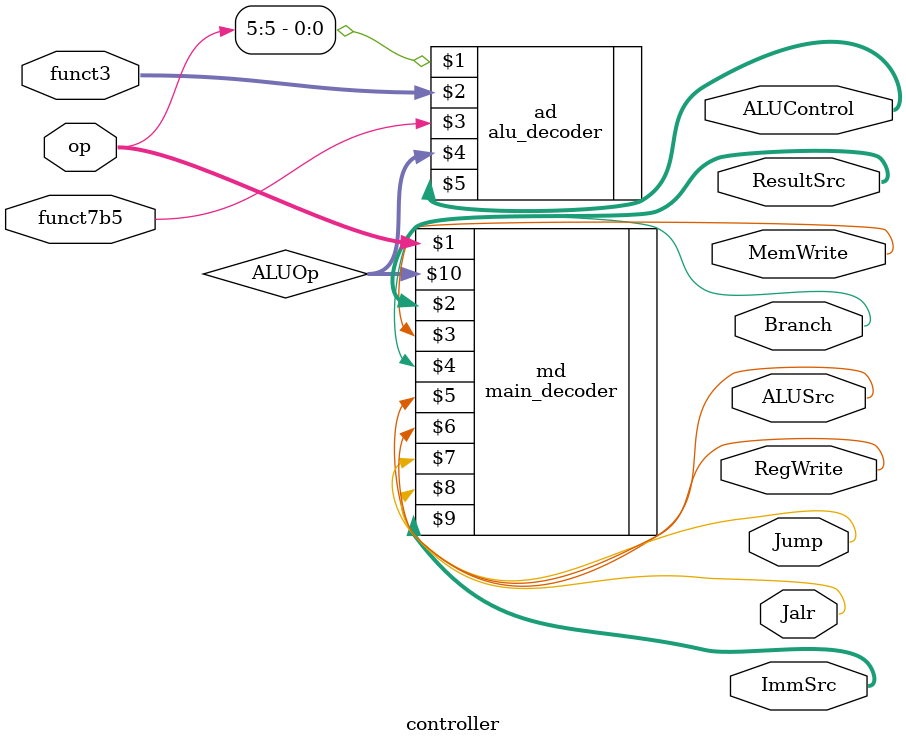
<source format=v>


module controller (
    input [6:0]  op,
    input [2:0]  funct3,
    input        funct7b5,
    output       [1:0] ResultSrc,
    output       MemWrite,
    output       ALUSrc,
    output       RegWrite, Branch, Jump, Jalr,
    output [1:0] ImmSrc,
    output [3:0] ALUControl
);

wire [1:0] ALUOp;

main_decoder    md (op, ResultSrc, MemWrite, Branch,
                    ALUSrc, RegWrite, Jump, Jalr, ImmSrc, ALUOp);

alu_decoder     ad (op[5], funct3, funct7b5, ALUOp, ALUControl);

endmodule

</source>
